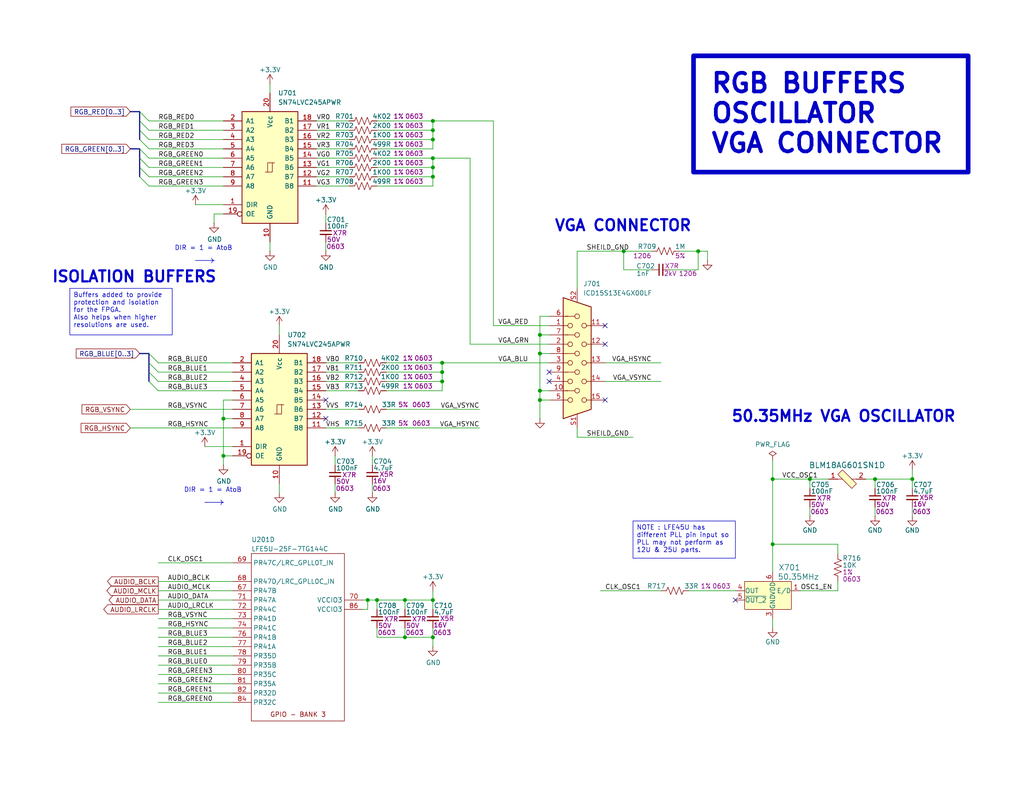
<source format=kicad_sch>
(kicad_sch (version 20231120) (generator "eeschema") (generator_version "8.0")
  (paper "A")
  (title_block (title "PETER") (date "2024-07-29") (rev "0.0") (company "Denno Wiggle") (comment 1 "VGA Buffers and Connector.") (comment 2 "Pixel Clock Oscillator."))
  (lib_symbols
    (symbol "74LVC245:74LVC245" (pin_names (offset 1.016))
      (property "Reference" "U" (at -6.35 16.51 0))
      (property "Value" "74LVC245A" (at -7.62 -16.51 0))
      (symbol "74LVC245_1_0"
        (pin input line (at -12.7 -10.16 0) (length 5.08) (name "DIR") (number "1"))
        (pin power_in line (at 0 -20.32 90) (length 5.08) (name "GND") (number "10"))
        (pin tri_state line (at 12.7 -5.08 180) (length 5.08) (name "B8") (number "11"))
        (pin tri_state line (at 12.7 -2.54 180) (length 5.08) (name "B7") (number "12"))
        (pin tri_state line (at 12.7 0 180) (length 5.08) (name "B6") (number "13"))
        (pin tri_state line (at 12.7 2.54 180) (length 5.08) (name "B5") (number "14"))
        (pin tri_state line (at 12.7 5.08 180) (length 5.08) (name "B4") (number "15"))
        (pin tri_state line (at 12.7 7.62 180) (length 5.08) (name "B3") (number "16"))
        (pin tri_state line (at 12.7 10.16 180) (length 5.08) (name "B2") (number "17"))
        (pin tri_state line (at 12.7 12.7 180) (length 5.08) (name "B1") (number "18"))
        (pin input inverted (at -12.7 -12.7 0) (length 5.08) (name "OE") (number "19"))
        (pin tri_state line (at -12.7 12.7 0) (length 5.08) (name "A1") (number "2"))
        (pin power_in line (at 0 20.32 270) (length 5.08) (name "Vcc") (number "20"))
        (pin tri_state line (at -12.7 10.16 0) (length 5.08) (name "A2") (number "3"))
        (pin tri_state line (at -12.7 7.62 0) (length 5.08) (name "A3") (number "4"))
        (pin tri_state line (at -12.7 5.08 0) (length 5.08) (name "A4") (number "5"))
        (pin tri_state line (at -12.7 2.54 0) (length 5.08) (name "A5") (number "6"))
        (pin tri_state line (at -12.7 0 0) (length 5.08) (name "A6") (number "7"))
        (pin tri_state line (at -12.7 -2.54 0) (length 5.08) (name "A7") (number "8"))
        (pin tri_state line (at -12.7 -5.08 0) (length 5.08) (name "A8") (number "9"))
      )
    )
    (symbol "WTM:C_100nF_X7R_16V_0805H" (pin_numbers hide) (pin_names (offset 0) hide)
      (property "Reference" "C" (at 0.254 3.556 0))
      (property "Value" "100nF" (at 0.254 1.778 0))
      (property "Dielectric" "X7R" (at 1.905 -0.127 0))
      (property "Voltage" "16V" (at 0.254 -1.905 0))
      (property "Footprint2" "0805H" (at 0.127 -3.81 0))
      (symbol "C_100nF_X7R_16V_0805H_1_1"
        (pin passive line (at 0 2.54 270) (length 2.032) (name "~") (number "1"))
        (pin passive line (at 0 -2.54 90) (length 2.032) (name "~") (number "2"))
      )
    )
    (symbol "WTM:C_100nF_X7R_16V_0805H_Horizontal" (pin_numbers hide) (pin_names (offset 0) hide)
      (property "Reference" "C" (at -6.731 1.016 0))
      (property "Value" "100nF" (at -6.731 -1.016 0))
      (property "Dielectric" "X7R" (at 1.016 1.016 0))
      (property "Voltage" "16V" (at 0.762 -1.016 0))
      (property "Footprint2" "0805H" (at 4.826 -1.016 0))
      (symbol "C_100nF_X7R_16V_0805H_Horizontal_1_1"
        (pin passive line (at -2.54 0 0) (length 2.032) (name "~") (number "1"))
        (pin passive line (at 2.54 0 180) (length 2.032) (name "~") (number "2"))
      )
    )
    (symbol "WTM:C_10uF_X5R_16V_0805H" (pin_numbers hide) (pin_names (offset 0.254) hide)
      (property "Reference" "C206" (at 0.254 3.556 0))
      (property "Value" "10uF" (at 0.254 1.778 0))
      (property "Dielectric" "X5R" (at 1.905 0.762 0))
      (property "Voltage" "16V" (at 0.127 -1.016 0))
      (property "Footprint2" "0805H" (at 3.302 -3.81 0))
      (symbol "C_10uF_X5R_16V_0805H_1_1"
        (pin passive line (at 0 2.54 270) (length 2.032) (name "~") (number "1"))
        (pin passive line (at 0 -2.54 90) (length 2.032) (name "~") (number "2"))
      )
    )
    (symbol "WTM:DSUB-15-HD-RECEPTACLE-VGA-ICD15S13E4GX00LF" (pin_names (offset 1.016) hide)
      (property "Reference" "J18" (at 0 33.02 0))
      (property "Value" "ICD15S13E4GX00LF" (at 0 30.48 0))
      (symbol "DSUB-15-HD-RECEPTACLE-VGA-ICD15S13E4GX00LF_1_1"
        (pin passive line (at -7.62 10.16 0) (length 5.08) (name "~") (number "1"))
        (pin passive line (at -7.62 -7.62 0) (length 5.08) (name "~") (number "10"))
        (pin passive line (at 7.62 10.16 180) (length 5.08) (name "~") (number "11"))
        (pin passive line (at 7.62 5.08 180) (length 5.08) (name "~") (number "12"))
        (pin passive line (at 7.62 0 180) (length 5.08) (name "~") (number "13"))
        (pin passive line (at 7.62 -5.08 180) (length 5.08) (name "~") (number "14"))
        (pin passive line (at 7.62 -10.16 180) (length 5.08) (name "~") (number "15"))
        (pin passive line (at -7.62 5.08 0) (length 5.08) (name "~") (number "2"))
        (pin passive line (at -7.62 0 0) (length 5.08) (name "~") (number "3"))
        (pin passive line (at -7.62 -5.08 0) (length 5.08) (name "~") (number "4"))
        (pin passive line (at -7.62 -10.16 0) (length 5.08) (name "~") (number "5"))
        (pin passive line (at -7.62 12.7 0) (length 5.08) (name "~") (number "6"))
        (pin passive line (at -7.62 7.62 0) (length 5.08) (name "~") (number "7"))
        (pin passive line (at -7.62 2.54 0) (length 5.08) (name "~") (number "8"))
        (pin passive line (at -7.62 -2.54 0) (length 5.08) (name "~") (number "9"))
        (pin passive line (at 0 -17.78 90) (length 3.81) (name "SH1") (number "S1"))
        (pin passive line (at 0 20.32 270) (length 3.81) (name "SH2") (number "S2"))
      )
    )
    (symbol "WTM:LFE5U-25F-7TG144C"
      (property "Reference" "U" (at 33.02 15.24 0))
      (property "Value" "LFE5U-25F-7TG144C" (at -12.7 1.27 0))
      (symbol "LFE5U-25F-7TG144C_1_0"
        (pin bidirectional line (at -15.24 -2.54 0) (length 5.08) (name "PT29A/PCLKT0_0") (number "128"))
        (pin bidirectional line (at -15.24 -5.08 0) (length 5.08) (name "PT15B") (number "133"))
        (pin bidirectional line (at -15.24 -7.62 0) (length 5.08) (name "PT15A") (number "134"))
        (pin bidirectional line (at -15.24 -10.16 0) (length 5.08) (name "PT13B") (number "135"))
        (pin bidirectional line (at -15.24 -12.7 0) (length 5.08) (name "PT13A") (number "136"))
        (pin power_in line (at 15.24 -5.08 180) (length 5.08) (name "VCCIO0") (number "137"))
        (pin bidirectional line (at -15.24 -15.24 0) (length 5.08) (name "PT9B") (number "139"))
        (pin bidirectional line (at -15.24 -17.78 0) (length 5.08) (name "PT9A") (number "140"))
        (pin bidirectional line (at -15.24 -20.32 0) (length 5.08) (name "PT6B") (number "141"))
        (pin bidirectional line (at -15.24 -22.86 0) (length 5.08) (name "PT4B") (number "142"))
        (pin bidirectional line (at -15.24 -25.4 0) (length 5.08) (name "PT6A") (number "143"))
      )
      (symbol "LFE5U-25F-7TG144C_1_1"
        (text "GPIO - BANK 0" (at -7.62 -27.94 0) (effects (font (size 1.27 1.27) (bold yes)) (justify left top)))
      )
      (symbol "LFE5U-25F-7TG144C_2_0"
        (pin bidirectional line (at -15.24 -2.54 0) (length 5.08) (name "PT67A") (number "110"))
        (pin bidirectional line (at -15.24 -5.08 0) (length 5.08) (name "PT62B") (number "111"))
        (pin bidirectional line (at -15.24 -7.62 0) (length 5.08) (name "PT62A") (number "112"))
        (pin bidirectional line (at -15.24 -10.16 0) (length 5.08) (name "PT60B") (number "113"))
        (pin bidirectional line (at -15.24 -12.7 0) (length 5.08) (name "PT60A") (number "114"))
        (pin bidirectional line (at -15.24 -15.24 0) (length 5.08) (name "PT58B") (number "115"))
        (pin bidirectional line (at -15.24 -17.78 0) (length 5.08) (name "PT58A") (number "116"))
        (pin bidirectional line (at -15.24 -20.32 0) (length 5.08) (name "PT56B") (number "117"))
        (pin bidirectional line (at -15.24 -22.86 0) (length 5.08) (name "PT56A") (number "118"))
        (pin bidirectional line (at -15.24 -25.4 0) (length 5.08) (name "PT53B") (number "119"))
        (pin bidirectional line (at -15.24 -27.94 0) (length 5.08) (name "PT53A") (number "120"))
        (pin bidirectional line (at -15.24 -30.48 0) (length 5.08) (name "PT51A") (number "121"))
        (pin power_in line (at 15.24 -2.54 180) (length 5.08) (name "VCCIO1") (number "122"))
        (pin bidirectional line (at -15.24 -33.02 0) (length 5.08) (name "PT42B") (number "124"))
        (pin bidirectional line (at -15.24 -35.56 0) (length 5.08) (name "PT42A") (number "125"))
        (pin bidirectional line (at -15.24 -38.1 0) (length 5.08) (name "PT40B") (number "126"))
        (pin bidirectional line (at -15.24 -40.64 0) (length 5.08) (name "PT40A") (number "127"))
      )
      (symbol "LFE5U-25F-7TG144C_2_1"
        (text "GPIO - BANK 1" (at -7.62 -43.18 0) (effects (font (size 1.27 1.27)) (justify left top)))
      )
      (symbol "LFE5U-25F-7TG144C_3_0"
        (pin power_in line (at 15.24 -27.94 180) (length 5.08) (name "VCCIO2") (number "100"))
        (pin bidirectional line (at -15.24 -30.48 0) (length 5.08) (name "PR8D") (number "102"))
        (pin bidirectional line (at -15.24 -33.02 0) (length 5.08) (name "PR8B") (number "103"))
        (pin bidirectional line (at -15.24 -35.56 0) (length 5.08) (name "PR8C") (number "104"))
        (pin bidirectional line (at -15.24 -38.1 0) (length 5.08) (name "PR8A") (number "105"))
        (pin bidirectional line (at -15.24 -40.64 0) (length 5.08) (name "PR2D") (number "106"))
        (pin bidirectional line (at -15.24 -43.18 0) (length 5.08) (name "PR2C") (number "107"))
        (pin bidirectional line (at -15.24 -45.72 0) (length 5.08) (name "PR2B") (number "108"))
        (pin bidirectional line (at -15.24 -2.54 0) (length 5.08) (name "PR23D/PCLKC2_0") (number "88"))
        (pin bidirectional line (at -15.24 -5.08 0) (length 5.08) (name "PR23B/PCLKC2_1") (number "89"))
        (pin bidirectional line (at -15.24 -7.62 0) (length 5.08) (name "PR23C/PCLKT2_0") (number "90"))
        (pin bidirectional line (at -15.24 -10.16 0) (length 5.08) (name "PR23A/PCLKT2_1") (number "91"))
        (pin bidirectional line (at -15.24 -12.7 0) (length 5.08) (name "PR20D") (number "92"))
        (pin bidirectional line (at -15.24 -15.24 0) (length 5.08) (name "PR20B") (number "93"))
        (pin bidirectional line (at -15.24 -17.78 0) (length 5.08) (name "PR20C/GR_PCLK2_0") (number "94"))
        (pin bidirectional line (at -15.24 -20.32 0) (length 5.08) (name "PR20A/GR_PCLK2_1") (number "95"))
        (pin bidirectional line (at -15.24 -22.86 0) (length 5.08) (name "PR14B") (number "97"))
        (pin bidirectional line (at -15.24 -25.4 0) (length 5.08) (name "PR14C") (number "98"))
        (pin bidirectional line (at -15.24 -27.94 0) (length 5.08) (name "PR14A") (number "99"))
      )
      (symbol "LFE5U-25F-7TG144C_3_1"
        (text "GPIO - BANK 2\n" (at -7.62 -48.26 0) (effects (font (size 1.27 1.27)) (justify left top)))
      )
      (symbol "LFE5U-25F-7TG144C_4_0"
        (pin bidirectional line (at -17.78 -10.16 0) (length 5.08) (name "PR47B") (number "67"))
        (pin bidirectional line (at -17.78 -7.62 0) (length 5.08) (name "PR47D/LRC_GPLL0C_IN") (number "68"))
        (pin bidirectional line (at -17.78 -2.54 0) (length 5.08) (name "PR47C/LRC_GPLL0T_IN") (number "69"))
        (pin power_in line (at 17.78 -12.7 180) (length 5.08) (name "VCCIO3") (number "70"))
        (pin bidirectional line (at -17.78 -12.7 0) (length 5.08) (name "PR47A") (number "71"))
        (pin bidirectional line (at -17.78 -15.24 0) (length 5.08) (name "PR44C") (number "72"))
        (pin bidirectional line (at -17.78 -17.78 0) (length 5.08) (name "PR41D") (number "73"))
        (pin bidirectional line (at -17.78 -20.32 0) (length 5.08) (name "PR41C") (number "74"))
        (pin bidirectional line (at -17.78 -22.86 0) (length 5.08) (name "PR41B") (number "76"))
        (pin bidirectional line (at -17.78 -25.4 0) (length 5.08) (name "PR41A") (number "77"))
        (pin bidirectional line (at -17.78 -27.94 0) (length 5.08) (name "PR35D") (number "78"))
        (pin bidirectional line (at -17.78 -30.48 0) (length 5.08) (name "PR35B") (number "79"))
        (pin bidirectional line (at -17.78 -33.02 0) (length 5.08) (name "PR35C") (number "80"))
        (pin bidirectional line (at -17.78 -35.56 0) (length 5.08) (name "PR35A") (number "81"))
        (pin bidirectional line (at -17.78 -38.1 0) (length 5.08) (name "PR32D") (number "82"))
        (pin bidirectional line (at -17.78 -40.64 0) (length 5.08) (name "PR32C") (number "84"))
        (pin power_in line (at 17.78 -15.24 180) (length 5.08) (name "VCCIO3") (number "86"))
      )
      (symbol "LFE5U-25F-7TG144C_4_1"
        (text "GPIO - BANK 3" (at -7.62 -43.18 0) (effects (font (size 1.27 1.27)) (justify left top)))
      )
      (symbol "LFE5U-25F-7TG144C_5_0"
        (pin power_in line (at 17.78 -2.54 180) (length 5.08) (name "VCCIO6") (number "16"))
        (pin bidirectional line (at -15.24 -2.54 0) (length 5.08) (name "PL32B") (number "18"))
        (pin bidirectional line (at -15.24 -5.08 0) (length 5.08) (name "PL35B") (number "19"))
        (pin bidirectional line (at -15.24 -7.62 0) (length 5.08) (name "PL35C") (number "22"))
        (pin bidirectional line (at -15.24 -10.16 0) (length 5.08) (name "PL35D") (number "23"))
        (pin bidirectional line (at -15.24 -12.7 0) (length 5.08) (name "PL38A") (number "24"))
        (pin bidirectional line (at -15.24 -15.24 0) (length 5.08) (name "PL38B") (number "25"))
        (pin bidirectional line (at -15.24 -17.78 0) (length 5.08) (name "PL41C") (number "26"))
        (pin bidirectional line (at -15.24 -20.32 0) (length 5.08) (name "PL41D") (number "27"))
        (pin bidirectional line (at -15.24 -22.86 0) (length 5.08) (name "PL44A") (number "28"))
        (pin bidirectional line (at -15.24 -25.4 0) (length 5.08) (name "PL44B") (number "30"))
        (pin bidirectional line (at -15.24 -27.94 0) (length 5.08) (name "PL44C") (number "31"))
        (pin bidirectional line (at -15.24 -30.48 0) (length 5.08) (name "PL44D") (number "33"))
        (pin bidirectional line (at -15.24 -33.02 0) (length 5.08) (name "PL47A") (number "34"))
        (pin bidirectional line (at -15.24 -35.56 0) (length 5.08) (name "PL47B") (number "35"))
        (pin power_in line (at 17.78 -5.08 180) (length 5.08) (name "VCCIO6") (number "36"))
        (pin bidirectional line (at -15.24 -38.1 0) (length 5.08) (name "PL47C/LLC_GPLL0T_IN") (number "37"))
      )
      (symbol "LFE5U-25F-7TG144C_5_1"
        (text "GPIO - BANK 6" (at -7.62 -40.64 0) (effects (font (size 1.27 1.27)) (justify left top)))
      )
      (symbol "LFE5U-25F-7TG144C_6_0"
        (pin bidirectional line (at -15.24 -2.54 0) (length 5.08) (name "PL5C") (number "1"))
        (pin bidirectional line (at -15.24 -20.32 0) (length 5.08) (name "PL14A") (number "10"))
        (pin bidirectional line (at -15.24 -22.86 0) (length 5.08) (name "PL14C") (number "11"))
        (pin bidirectional line (at -15.24 -25.4 0) (length 5.08) (name "PL14B") (number "12"))
        (pin bidirectional line (at -15.24 -27.94 0) (length 5.08) (name "PL14D") (number "13"))
        (pin bidirectional line (at -15.24 -30.48 0) (length 5.08) (name "PL23D/PCLKC7_0") (number "14"))
        (pin bidirectional line (at -15.24 -5.08 0) (length 5.08) (name "PL5D") (number "2"))
        (pin bidirectional line (at -15.24 -7.62 0) (length 5.08) (name "PL5B") (number "3"))
        (pin bidirectional line (at -15.24 -10.16 0) (length 5.08) (name "PL8A") (number "4"))
        (pin bidirectional line (at -15.24 -12.7 0) (length 5.08) (name "PL8C") (number "5"))
        (pin bidirectional line (at -15.24 -15.24 0) (length 5.08) (name "PL8B") (number "6"))
        (pin bidirectional line (at -15.24 -17.78 0) (length 5.08) (name "PL8D") (number "7"))
        (pin power_in line (at 15.24 -2.54 180) (length 5.08) (name "VCCIO7") (number "9"))
      )
      (symbol "LFE5U-25F-7TG144C_6_1"
        (text "GPIO - BANK 7" (at -7.62 -33.02 0) (effects (font (size 1.27 1.27)) (justify left top)))
      )
      (symbol "LFE5U-25F-7TG144C_7_0"
        (pin bidirectional line (at -17.78 -2.54 0) (length 5.08) (name "PB6A/D5/MISO2/IO5") (number "39"))
        (pin bidirectional line (at -17.78 -5.08 0) (length 5.08) (name "PB4A/D7/IO7") (number "40"))
        (pin bidirectional line (at -17.78 -7.62 0) (length 5.08) (name "PB6B/D4/MOSI2/IO4") (number "41"))
        (pin power_in line (at 33.02 -2.54 180) (length 5.08) (name "VCCIO8") (number "43"))
        (pin bidirectional line (at -17.78 -10.16 0) (length 5.08) (name "PB4B/D6/IO6") (number "44"))
        (pin bidirectional line (at -17.78 -12.7 0) (length 5.08) (name "PB9A/D3/IO3") (number "45"))
        (pin bidirectional line (at -17.78 -48.26 0) (length 5.08) (name "MISO/D1/IO1/PB11A") (number "46"))
        (pin bidirectional line (at -17.78 -45.72 0) (length 5.08) (name "MOSI/D0/IO0/PB11B") (number "47"))
        (pin bidirectional line (at -17.78 -15.24 0) (length 5.08) (name "PB13A/SN/CSN") (number "48"))
        (pin bidirectional line (at -17.78 -53.34 0) (length 5.08) (name "CSSPIN/PB15A/HOLDN/DI/BUSY/CEN") (number "49"))
        (pin bidirectional line (at -17.78 -17.78 0) (length 5.08) (name "PB13B/CS1N") (number "50"))
        (pin bidirectional line (at -17.78 -20.32 0) (length 5.08) (name "PB15B/DOUT/CSON") (number "51"))
        (pin bidirectional line (at -17.78 -22.86 0) (length 5.08) (name "PB18A/WRITEN") (number "52"))
        (pin bidirectional line (at -17.78 -50.8 0) (length 5.08) (name "MCLK/CCLK/SCK") (number "54"))
        (pin bidirectional line (at 33.02 -25.4 180) (length 5.08) (name "INITN") (number "55"))
        (pin output line (at 33.02 -22.86 180) (length 5.08) (name "DONE") (number "56"))
        (pin bidirectional line (at -17.78 -34.29 0) (length 5.08) (name "PROGRAMN") (number "57"))
        (pin input line (at 33.02 -50.8 180) (length 5.08) (name "CFG_2") (number "58"))
        (pin input line (at 33.02 -48.26 180) (length 5.08) (name "CFG_1") (number "59"))
        (pin input line (at 33.02 -45.72 180) (length 5.08) (name "CFG_0") (number "62"))
      )
      (symbol "LFE5U-25F-7TG144C_7_1"
        (text "GPIO - BANK 8" (at 0 -55.88 0) (effects (font (size 1.27 1.27)) (justify left top)))
      )
      (symbol "LFE5U-25F-7TG144C_8_0"
        (pin output line (at -15.24 -5.08 0) (length 5.08) (name "TDO") (number "60"))
        (pin input line (at -15.24 -2.54 0) (length 5.08) (name "TDI") (number "61"))
        (pin input line (at -15.24 -7.62 0) (length 5.08) (name "TCK") (number "63"))
        (pin input line (at -15.24 -10.16 0) (length 5.08) (name "TMS") (number "64"))
      )
      (symbol "LFE5U-25F-7TG144C_8_1"
        (text "JTAG" (at -2.54 -12.7 0) (effects (font (size 1.27 1.27)) (justify left top)))
      )
      (symbol "LFE5U-25F-7TG144C_9_0"
        (pin power_in line (at -15.24 -30.48 0) (length 5.08) (name "GND") (number "101"))
        (pin passive line (at 15.24 -15.24 180) (length 5.08) (name "NC") (number "109"))
        (pin power_in line (at -15.24 -33.02 0) (length 5.08) (name "GND") (number "123"))
        (pin power_in line (at -15.24 -35.56 0) (length 5.08) (name "GND") (number "129"))
        (pin power_in line (at 15.24 -17.78 180) (length 5.08) (name "VCC") (number "130"))
        (pin power_in line (at -15.24 -38.1 0) (length 5.08) (name "GND") (number "131"))
        (pin power_in line (at 15.24 -40.64 180) (length 5.08) (name "VCCAUX") (number "132"))
        (pin power_in line (at -15.24 -40.64 0) (length 5.08) (name "GND") (number "138"))
        (pin passive line (at 15.24 -20.32 180) (length 5.08) (name "NC") (number "144"))
        (pin power_in line (at -15.24 -10.16 0) (length 5.08) (name "GND") (number "15"))
        (pin power_in line (at 15.24 -33.02 180) (length 5.08) (name "VCCAUX") (number "17"))
        (pin power_in line (at 15.24 -2.54 180) (length 5.08) (name "VCC") (number "20"))
        (pin power_in line (at -15.24 -12.7 0) (length 5.08) (name "GND") (number "21"))
        (pin power_in line (at 15.24 -5.08 180) (length 5.08) (name "VCC") (number "29"))
        (pin power_in line (at -15.24 -15.24 0) (length 5.08) (name "VSSIO6") (number "32"))
        (pin power_in line (at 15.24 -7.62 180) (length 5.08) (name "VCC") (number "38"))
        (pin power_in line (at -15.24 -17.78 0) (length 5.08) (name "GND") (number "42"))
        (pin power_in line (at 15.24 -35.56 180) (length 5.08) (name "VCCAUX") (number "53"))
        (pin power_in line (at -15.24 -20.32 0) (length 5.08) (name "GND") (number "65"))
        (pin power_in line (at 15.24 -10.16 180) (length 5.08) (name "VCC") (number "66"))
        (pin power_in line (at -15.24 -22.86 0) (length 5.08) (name "GND") (number "75"))
        (pin power_in line (at -15.24 -7.62 0) (length 5.08) (name "GND") (number "8"))
        (pin power_in line (at 15.24 -12.7 180) (length 5.08) (name "VCC") (number "83"))
        (pin power_in line (at -15.24 -25.4 0) (length 5.08) (name "GND") (number "85"))
        (pin power_in line (at -15.24 -27.94 0) (length 5.08) (name "GND") (number "87"))
        (pin power_in line (at 15.24 -38.1 180) (length 5.08) (name "VCCAUX") (number "96"))
      )
      (symbol "LFE5U-25F-7TG144C_9_1"
        (text "POWER" (at -2.54 -43.18 0) (effects (font (size 1.27 1.27)) (justify left top)))
      )
    )
    (symbol "WTM:R_0R_5%_0805H_Horizontal1" (pin_numbers hide) (pin_names (offset 0))
      (property "Reference" "R" (at -7.62 1.27 0))
      (property "Value" "0R" (at 2.54 1.27 0))
      (property "Tolerance" "5%" (at 2.54 -1.27 0))
      (property "Footprint2" "0805H" (at -8.89 -1.27 0))
      (symbol "R_0R_5%_0805H_Horizontal1_1_1"
        (pin passive line (at -3.81 0 0) (length 1.27) (name "~") (number "1"))
        (pin passive line (at 3.81 0 180) (length 1.27) (name "~") (number "2"))
      )
    )
    (symbol "WTM:R_10K_5%_0805H" (pin_numbers hide) (pin_names (offset 0))
      (property "Reference" "R515" (at 1.27 2.54 0))
      (property "Value" "10K" (at 1.27 0.635 0))
      (property "Tolerance" "5%" (at 1.27 -1.27 0))
      (property "Footprint2" "0805H" (at 0 -3.175 0))
      (symbol "R_10K_5%_0805H_1_1"
        (pin passive line (at 0 3.81 270) (length 1.27) (name "~") (number "1"))
        (pin passive line (at 0 -3.81 90) (length 1.27) (name "~") (number "2"))
      )
    )
    (symbol "WTM:R_33R_5%_0805H_Horizontal1" (pin_numbers hide) (pin_names (offset 0))
      (property "Reference" "R" (at -7.62 1.27 0))
      (property "Value" "33R" (at 2.54 1.27 0))
      (property "Tolerance" "5%" (at 2.54 -1.27 0))
      (property "Footprint2" "0805H" (at -8.89 -1.27 0))
      (symbol "R_33R_5%_0805H_Horizontal1_1_1"
        (pin passive line (at -3.81 0 0) (length 1.27) (name "~") (number "1"))
        (pin passive line (at 3.81 0 180) (length 1.27) (name "~") (number "2"))
      )
    )
    (symbol "dk_Ferrite-Beads-and-Chips:BLM18AG601SN1D" (pin_names (offset 1.016))
      (property "Reference" "FB" (at -2.54 3.81 0))
      (property "Value" "BLM18AG601SN1D" (at 0 -3.81 0))
      (symbol "BLM18AG601SN1D_1_1"
        (pin passive line (at -5.08 0 0) (length 2.54) (name "~") (number "1"))
        (pin passive line (at 5.08 0 180) (length 2.54) (name "~") (number "2"))
      )
    )
    (symbol "dk_Oscillators:XLL736200_000000I" (pin_names (offset 0.0254))
      (property "Reference" "Y" (at -5.334 3.429 0))
      (property "Value" "XLL736200_000000I" (at 0.381 -6.223 0))
      (symbol "XLL736200_000000I_1_1"
        (pin input line (at -7.62 0 0) (length 2.54) (name "E/D") (number "1"))
        (pin no_connect line (at -5.08 -2.54 0) (length 2.54) hide (name "NC") (number "2"))
        (pin power_in line (at 0 -7.62 90) (length 2.54) (name "GND") (number "3"))
        (pin output line (at 10.16 0 180) (length 2.54) (name "OUT") (number "4"))
        (pin output line (at 10.16 -2.54 180) (length 2.54) (name "~{OUT_2}") (number "5"))
        (pin power_in line (at 0 5.08 270) (length 2.54) (name "VDD") (number "6"))
      )
    )
    (symbol "power:+3.3V" (power) (pin_numbers hide) (pin_names (offset 0) hide)
      (property "Value" "+3.3V" (at 0 3.556 0))
      (symbol "+3.3V_1_1"
        (pin power_in line (at 0 0 90) (length 0) (name "~") (number "1"))
      )
    )
    (symbol "power:GND" (power) (pin_numbers hide) (pin_names (offset 0) hide)
      (property "Value" "GND" (at 0 -3.81 0))
      (symbol "GND_1_1"
        (pin power_in line (at 0 0 270) (length 0) (name "~") (number "1"))
      )
    )
    (symbol "power:PWR_FLAG" (power) (pin_numbers hide) (pin_names (offset 0) hide)
      (property "Value" "PWR_FLAG" (at 0 3.81 0))
      (symbol "PWR_FLAG_0_0"
        (pin power_out line (at 0 0 90) (length 0) (name "~") (number "1"))
      )
    )
  )
  (junction (at 110.49 163.83))
  (junction (at 110.49 173.99))
  (junction (at 118.11 33.02))
  (junction (at 100.33 163.83))
  (junction (at 147.32 91.44))
  (junction (at 220.98 130.81))
  (junction (at 102.87 163.83))
  (junction (at 248.92 130.81))
  (junction (at 147.32 96.52))
  (junction (at 60.96 124.46))
  (junction (at 118.11 48.26))
  (junction (at 238.76 130.81))
  (junction (at 190.5 68.58))
  (junction (at 118.11 35.56))
  (junction (at 118.11 173.99))
  (junction (at 118.11 38.1))
  (junction (at 170.18 68.58))
  (junction (at 118.11 43.18))
  (junction (at 118.11 45.72))
  (junction (at 120.65 104.14))
  (junction (at 210.82 130.81))
  (junction (at 147.32 106.68))
  (junction (at 118.11 163.83))
  (junction (at 120.65 101.6))
  (junction (at 60.96 114.3))
  (junction (at 147.32 109.22))
  (junction (at 210.82 148.59))
  (junction (at 120.65 99.06))
  (no_connect (at 165.1 93.98))
  (no_connect (at 88.9 109.22))
  (no_connect (at 149.86 104.14))
  (no_connect (at 149.86 101.6))
  (no_connect (at 165.1 88.9))
  (no_connect (at 200.66 163.83))
  (no_connect (at 88.9 114.3))
  (no_connect (at 165.1 109.22))
  (bus_entry (at 38.1 43.18) (size 2.54 2.54))
  (bus_entry (at 40.64 99.06) (size 2.54 2.54))
  (bus_entry (at 38.1 48.26) (size 2.54 2.54))
  (bus_entry (at 40.64 101.6) (size 2.54 2.54))
  (bus_entry (at 38.1 38.1) (size 2.54 2.54))
  (bus_entry (at 38.1 40.64) (size 2.54 2.54))
  (bus_entry (at 40.64 96.52) (size 2.54 2.54))
  (bus_entry (at 38.1 33.02) (size 2.54 2.54))
  (bus_entry (at 38.1 45.72) (size 2.54 2.54))
  (bus_entry (at 38.1 35.56) (size 2.54 2.54))
  (bus_entry (at 38.1 30.48) (size 2.54 2.54))
  (bus_entry (at 40.64 104.14) (size 2.54 2.54))
  (wire (pts (xy 60.96 114.3) (xy 63.5 114.3)))
  (wire (pts (xy 177.8 73.66) (xy 170.18 73.66)))
  (wire (pts (xy 102.87 35.56) (xy 118.11 35.56)))
  (wire (pts (xy 110.49 173.99) (xy 118.11 173.99)))
  (wire (pts (xy 43.18 99.06) (xy 63.5 99.06)))
  (wire (pts (xy 157.48 68.58) (xy 157.48 78.74)))
  (wire (pts (xy 60.96 124.46) (xy 60.96 127)))
  (wire (pts (xy 118.11 45.72) (xy 118.11 48.26)))
  (bus (pts (xy 40.64 96.52) (xy 40.64 99.06)))
  (wire (pts (xy 40.64 38.1) (xy 60.96 38.1)))
  (wire (pts (xy 210.82 148.59) (xy 228.6 148.59)))
  (wire (pts (xy 88.9 104.14) (xy 97.79 104.14)))
  (wire (pts (xy 43.18 158.75) (xy 63.5 158.75)))
  (wire (pts (xy 165.1 104.14) (xy 180.34 104.14)))
  (wire (pts (xy 157.48 119.38) (xy 172.72 119.38)))
  (wire (pts (xy 76.2 132.08) (xy 76.2 134.62)))
  (wire (pts (xy 100.33 163.83) (xy 102.87 163.83)))
  (wire (pts (xy 248.92 128.27) (xy 248.92 130.81)))
  (wire (pts (xy 102.87 43.18) (xy 118.11 43.18)))
  (wire (pts (xy 110.49 163.83) (xy 110.49 166.37)))
  (wire (pts (xy 118.11 48.26) (xy 118.11 50.8)))
  (wire (pts (xy 147.32 106.68) (xy 147.32 109.22)))
  (wire (pts (xy 60.96 109.22) (xy 63.5 109.22)))
  (wire (pts (xy 248.92 138.43) (xy 248.92 140.97)))
  (wire (pts (xy 118.11 163.83) (xy 118.11 166.37)))
  (wire (pts (xy 91.44 132.08) (xy 91.44 134.62)))
  (wire (pts (xy 43.18 176.53) (xy 63.5 176.53)))
  (wire (pts (xy 110.49 171.45) (xy 110.49 173.99)))
  (wire (pts (xy 99.06 163.83) (xy 100.33 163.83)))
  (wire (pts (xy 102.87 171.45) (xy 102.87 173.99)))
  (wire (pts (xy 86.36 33.02) (xy 95.25 33.02)))
  (wire (pts (xy 218.44 161.29) (xy 228.6 161.29)))
  (wire (pts (xy 88.9 58.42) (xy 88.9 60.96)))
  (wire (pts (xy 120.65 99.06) (xy 149.86 99.06)))
  (wire (pts (xy 163.83 161.29) (xy 180.34 161.29)))
  (wire (pts (xy 43.18 161.29) (xy 63.5 161.29)))
  (wire (pts (xy 102.87 163.83) (xy 102.87 166.37)))
  (wire (pts (xy 118.11 33.02) (xy 118.11 35.56)))
  (wire (pts (xy 105.41 104.14) (xy 120.65 104.14)))
  (wire (pts (xy 43.18 189.23) (xy 63.5 189.23)))
  (wire (pts (xy 105.41 111.76) (xy 130.81 111.76)))
  (wire (pts (xy 86.36 50.8) (xy 95.25 50.8)))
  (wire (pts (xy 40.64 43.18) (xy 60.96 43.18)))
  (wire (pts (xy 88.9 116.84) (xy 97.79 116.84)))
  (wire (pts (xy 120.65 101.6) (xy 120.65 104.14)))
  (wire (pts (xy 228.6 158.75) (xy 228.6 161.29)))
  (wire (pts (xy 128.27 43.18) (xy 128.27 93.98)))
  (wire (pts (xy 43.18 168.91) (xy 63.5 168.91)))
  (wire (pts (xy 238.76 130.81) (xy 236.22 130.81)))
  (bus (pts (xy 38.1 33.02) (xy 38.1 35.56)))
  (wire (pts (xy 40.64 45.72) (xy 60.96 45.72)))
  (wire (pts (xy 170.18 73.66) (xy 170.18 68.58)))
  (bus (pts (xy 38.1 96.52) (xy 40.64 96.52)))
  (wire (pts (xy 86.36 45.72) (xy 95.25 45.72)))
  (wire (pts (xy 165.1 99.06) (xy 180.34 99.06)))
  (wire (pts (xy 88.9 66.04) (xy 88.9 68.58)))
  (wire (pts (xy 43.18 101.6) (xy 63.5 101.6)))
  (bus (pts (xy 40.64 101.6) (xy 40.64 104.14)))
  (wire (pts (xy 102.87 38.1) (xy 118.11 38.1)))
  (wire (pts (xy 63.5 124.46) (xy 60.96 124.46)))
  (wire (pts (xy 88.9 111.76) (xy 97.79 111.76)))
  (wire (pts (xy 102.87 40.64) (xy 118.11 40.64)))
  (wire (pts (xy 238.76 130.81) (xy 238.76 133.35)))
  (wire (pts (xy 43.18 104.14) (xy 63.5 104.14)))
  (wire (pts (xy 40.64 33.02) (xy 60.96 33.02)))
  (wire (pts (xy 134.62 33.02) (xy 134.62 88.9)))
  (wire (pts (xy 149.86 91.44) (xy 147.32 91.44)))
  (wire (pts (xy 40.64 35.56) (xy 60.96 35.56)))
  (wire (pts (xy 55.88 121.92) (xy 63.5 121.92)))
  (wire (pts (xy 118.11 161.29) (xy 118.11 163.83)))
  (wire (pts (xy 43.18 153.67) (xy 63.5 153.67)))
  (wire (pts (xy 120.65 106.68) (xy 105.41 106.68)))
  (wire (pts (xy 248.92 130.81) (xy 238.76 130.81)))
  (wire (pts (xy 86.36 43.18) (xy 95.25 43.18)))
  (wire (pts (xy 58.42 58.42) (xy 58.42 60.96)))
  (wire (pts (xy 118.11 50.8) (xy 102.87 50.8)))
  (wire (pts (xy 101.6 132.08) (xy 101.6 134.62)))
  (wire (pts (xy 102.87 33.02) (xy 118.11 33.02)))
  (wire (pts (xy 128.27 93.98) (xy 149.86 93.98)))
  (wire (pts (xy 43.18 173.99) (xy 63.5 173.99)))
  (wire (pts (xy 53.34 55.88) (xy 60.96 55.88)))
  (wire (pts (xy 73.66 22.86) (xy 73.66 25.4)))
  (polyline (pts (xy 55.88 137.16) (xy 60.96 137.16)))
  (wire (pts (xy 210.82 171.45) (xy 210.82 168.91)))
  (wire (pts (xy 149.86 96.52) (xy 147.32 96.52)))
  (wire (pts (xy 60.96 114.3) (xy 60.96 124.46)))
  (wire (pts (xy 118.11 43.18) (xy 128.27 43.18)))
  (wire (pts (xy 60.96 109.22) (xy 60.96 114.3)))
  (wire (pts (xy 40.64 40.64) (xy 60.96 40.64)))
  (wire (pts (xy 147.32 109.22) (xy 147.32 114.3)))
  (bus (pts (xy 40.64 99.06) (xy 40.64 101.6)))
  (wire (pts (xy 118.11 38.1) (xy 118.11 40.64)))
  (wire (pts (xy 40.64 48.26) (xy 60.96 48.26)))
  (wire (pts (xy 73.66 66.04) (xy 73.66 68.58)))
  (wire (pts (xy 228.6 148.59) (xy 228.6 151.13)))
  (wire (pts (xy 43.18 186.69) (xy 63.5 186.69)))
  (wire (pts (xy 102.87 48.26) (xy 118.11 48.26)))
  (wire (pts (xy 120.65 99.06) (xy 120.65 101.6)))
  (wire (pts (xy 220.98 140.97) (xy 220.98 138.43)))
  (wire (pts (xy 118.11 173.99) (xy 118.11 176.53)))
  (wire (pts (xy 177.8 68.58) (xy 170.18 68.58)))
  (bus (pts (xy 38.1 30.48) (xy 38.1 33.02)))
  (wire (pts (xy 149.86 86.36) (xy 147.32 86.36)))
  (wire (pts (xy 91.44 124.46) (xy 91.44 127)))
  (wire (pts (xy 88.9 99.06) (xy 97.79 99.06)))
  (wire (pts (xy 134.62 88.9) (xy 149.86 88.9)))
  (wire (pts (xy 118.11 35.56) (xy 118.11 38.1)))
  (wire (pts (xy 40.64 50.8) (xy 60.96 50.8)))
  (wire (pts (xy 43.18 179.07) (xy 63.5 179.07)))
  (wire (pts (xy 248.92 130.81) (xy 248.92 133.35)))
  (wire (pts (xy 149.86 106.68) (xy 147.32 106.68)))
  (wire (pts (xy 86.36 38.1) (xy 95.25 38.1)))
  (wire (pts (xy 118.11 33.02) (xy 134.62 33.02)))
  (polyline (pts (xy 53.34 71.12) (xy 58.42 71.12)))
  (bus (pts (xy 38.1 35.56) (xy 38.1 38.1)))
  (wire (pts (xy 43.18 106.68) (xy 63.5 106.68)))
  (wire (pts (xy 105.41 101.6) (xy 120.65 101.6)))
  (wire (pts (xy 190.5 68.58) (xy 185.42 68.58)))
  (wire (pts (xy 210.82 125.73) (xy 210.82 130.81)))
  (bus (pts (xy 35.56 30.48) (xy 38.1 30.48)))
  (bus (pts (xy 38.1 45.72) (xy 38.1 48.26)))
  (wire (pts (xy 43.18 171.45) (xy 63.5 171.45)))
  (bus (pts (xy 35.56 40.64) (xy 38.1 40.64)))
  (wire (pts (xy 149.86 109.22) (xy 147.32 109.22)))
  (wire (pts (xy 86.36 40.64) (xy 95.25 40.64)))
  (wire (pts (xy 118.11 43.18) (xy 118.11 45.72)))
  (wire (pts (xy 220.98 130.81) (xy 210.82 130.81)))
  (wire (pts (xy 170.18 68.58) (xy 157.48 68.58)))
  (wire (pts (xy 43.18 163.83) (xy 63.5 163.83)))
  (wire (pts (xy 86.36 48.26) (xy 95.25 48.26)))
  (wire (pts (xy 60.96 58.42) (xy 58.42 58.42)))
  (wire (pts (xy 118.11 171.45) (xy 118.11 173.99)))
  (wire (pts (xy 226.06 130.81) (xy 220.98 130.81)))
  (wire (pts (xy 190.5 68.58) (xy 190.5 73.66)))
  (wire (pts (xy 43.18 181.61) (xy 63.5 181.61)))
  (wire (pts (xy 88.9 106.68) (xy 97.79 106.68)))
  (wire (pts (xy 238.76 140.97) (xy 238.76 138.43)))
  (wire (pts (xy 35.56 111.76) (xy 63.5 111.76)))
  (wire (pts (xy 88.9 101.6) (xy 97.79 101.6)))
  (wire (pts (xy 193.04 71.12) (xy 193.04 68.58)))
  (wire (pts (xy 193.04 68.58) (xy 190.5 68.58)))
  (wire (pts (xy 43.18 184.15) (xy 63.5 184.15)))
  (wire (pts (xy 187.96 161.29) (xy 200.66 161.29)))
  (bus (pts (xy 38.1 43.18) (xy 38.1 45.72)))
  (wire (pts (xy 157.48 119.38) (xy 157.48 116.84)))
  (wire (pts (xy 102.87 45.72) (xy 118.11 45.72)))
  (wire (pts (xy 210.82 148.59) (xy 210.82 156.21)))
  (wire (pts (xy 105.41 99.06) (xy 120.65 99.06)))
  (bus (pts (xy 38.1 40.64) (xy 38.1 43.18)))
  (wire (pts (xy 210.82 130.81) (xy 210.82 148.59)))
  (wire (pts (xy 190.5 73.66) (xy 182.88 73.66)))
  (wire (pts (xy 35.56 116.84) (xy 63.5 116.84)))
  (wire (pts (xy 220.98 130.81) (xy 220.98 133.35)))
  (wire (pts (xy 102.87 163.83) (xy 110.49 163.83)))
  (wire (pts (xy 101.6 124.46) (xy 101.6 127)))
  (wire (pts (xy 147.32 91.44) (xy 147.32 96.52)))
  (wire (pts (xy 105.41 116.84) (xy 130.81 116.84)))
  (wire (pts (xy 43.18 191.77) (xy 63.5 191.77)))
  (wire (pts (xy 102.87 173.99) (xy 110.49 173.99)))
  (wire (pts (xy 43.18 166.37) (xy 63.5 166.37)))
  (wire (pts (xy 118.11 163.83) (xy 110.49 163.83)))
  (wire (pts (xy 147.32 86.36) (xy 147.32 91.44)))
  (wire (pts (xy 99.06 166.37) (xy 100.33 166.37)))
  (wire (pts (xy 100.33 166.37) (xy 100.33 163.83)))
  (wire (pts (xy 147.32 96.52) (xy 147.32 106.68)))
  (wire (pts (xy 86.36 35.56) (xy 95.25 35.56)))
  (wire (pts (xy 120.65 104.14) (xy 120.65 106.68)))
  (wire (pts (xy 76.2 88.9) (xy 76.2 91.44)))
  (arc (start 60.325 137.795) (mid 60.5098 137.3463) (end 60.96 137.16))
  (arc (start 57.785 71.755) (mid 57.9692 71.3027) (end 58.42 71.12))
  (arc (start 60.955 137.16) (mid 60.5103 136.9697) (end 60.32 136.525))
  (arc (start 58.415 71.12) (mid 57.9703 70.9297) (end 57.78 70.485))
  (text_box "NOTE : LFE45U has different PLL pin input so PLL may not perform as 12U & 25U parts." (at 172.72 142.24 0) (size 27.94 10.16) (effects (font (size 1.27 1.27)) (justify left top)))
  (text_box "RGB BUFFERS OSCILLATOR\nVGA CONNECTOR" (at 189.23 15.24 0) (size 74.93 31.75) (stroke (width 1.27)) (effects (font (size 5.08 5.08) (thickness 1.016) (bold yes)) (justify left top)))
  (text_box "Buffers added to provide protection and isolation for the FPGA.\nAlso helps when higher resolutions are used." (at 19.05 78.74 0) (size 27.94 12.7) (effects (font (size 1.27 1.27)) (justify left top)))
  (text "50.35MHz VGA OSCILLATOR" (at 199.39 115.57 0) (effects (font (size 2.9972 2.9972) (thickness 0.5994) (bold yes)) (justify left bottom)))
  (text "ISOLATION BUFFERS" (at 13.97 77.47 0) (effects (font (size 2.9972 2.9972) (thickness 0.5994) (bold yes)) (justify left bottom)))
  (text "DIR = 1 = AtoB" (at 50.165 134.62 0) (effects (font (size 1.27 1.27)) (justify left bottom)))
  (text "VGA CONNECTOR" (at 151.13 63.5 0) (effects (font (size 2.9972 2.9972) (thickness 0.5994) (bold yes)) (justify left bottom)))
  (text "DIR = 1 = AtoB" (at 47.625 68.58 0) (effects (font (size 1.27 1.27)) (justify left bottom)))
  (label "RGB_GREEN3" (at 43.18 50.8 0))
  (label "RGB_BLUE0" (at 45.72 181.61 0))
  (label "VGA_HSYNC" (at 177.8 99.06 180))
  (label "RGB_VSYNC" (at 45.72 168.91 0))
  (label "VR0" (at 86.36 33.02 0))
  (label "RGB_GREEN2" (at 43.18 48.26 0))
  (label "RGB_GREEN1" (at 45.72 189.23 0))
  (label "SHEILD_GND" (at 160.02 119.38 0))
  (label "RGB_BLUE0" (at 45.72 99.06 0))
  (label "SHEILD_GND" (at 160.02 68.58 0))
  (label "RGB_VSYNC" (at 45.72 111.76 0))
  (label "AUDIO_MCLK" (at 45.72 161.29 0))
  (label "VG3" (at 86.36 50.8 0))
  (label "RGB_BLUE2" (at 45.72 176.53 0))
  (label "RGB_RED3" (at 43.18 40.64 0))
  (label "RGB_HSYNC" (at 45.72 171.45 0))
  (label "VG2" (at 86.36 48.26 0))
  (label "CLK_OSC1" (at 45.72 153.67 0))
  (label "VB2" (at 88.9 104.14 0))
  (label "RGB_RED0" (at 43.18 33.02 0))
  (label "VB3" (at 88.9 106.68 0))
  (label "RGB_BLUE1" (at 45.72 179.07 0))
  (label "RGB_BLUE3" (at 45.72 106.68 0))
  (label "VGA_HSYNC" (at 130.81 116.84 180))
  (label "VGA_RED" (at 135.89 88.9 0))
  (label "OSC1_EN" (at 218.44 161.29 0))
  (label "RGB_GREEN0" (at 43.18 43.18 0))
  (label "RGB_BLUE2" (at 45.72 104.14 0))
  (label "RGB_GREEN1" (at 43.18 45.72 0))
  (label "VG0" (at 86.36 43.18 0))
  (label "RGB_GREEN3" (at 45.72 184.15 0))
  (label "VR2" (at 86.36 38.1 0))
  (label "RGB_RED1" (at 43.18 35.56 0))
  (label "AUDIO_LRCLK" (at 45.72 166.37 0))
  (label "VHS" (at 88.9 116.84 0))
  (label "RGB_GREEN2" (at 45.72 186.69 0))
  (label "VR1" (at 86.36 35.56 0))
  (label "RGB_HSYNC" (at 45.72 116.84 0))
  (label "VGA_VSYNC" (at 177.8 104.14 180))
  (label "VB0" (at 88.9 99.06 0))
  (label "VGA_BLU" (at 135.89 99.06 0))
  (label "VG1" (at 86.36 45.72 0))
  (label "RGB_BLUE3" (at 45.72 173.99 0))
  (label "CLK_OSC1" (at 165.1 161.29 0))
  (label "RGB_RED2" (at 43.18 38.1 0))
  (label "RGB_BLUE1" (at 45.72 101.6 0))
  (label "VGA_VSYNC" (at 130.81 111.76 180))
  (label "AUDIO_DATA" (at 45.72 163.83 0))
  (label "VGA_GRN" (at 135.89 93.98 0))
  (label "AUDIO_BCLK" (at 45.72 158.75 0))
  (label "RGB_GREEN0" (at 45.72 191.77 0))
  (label "VVS" (at 88.9 111.76 0))
  (label "VCC_OSC1" (at 213.36 130.81 0))
  (label "VB1" (at 88.9 101.6 0))
  (label "VR3" (at 86.36 40.64 0))
  (global_label "AUDIO_LRCLK" (shape output) (at 43.18 166.37 180) (property "Intersheetrefs" "${INTERSHEET_REFS}" (at 29.21 166.37 0) (effects (justify right))))
  (global_label "RGB_HSYNC" (shape input) (at 35.56 116.84 180) (property "Intersheetrefs" "${INTERSHEET_REFS}" (at 22.86 116.84 0) (effects (justify right))))
  (global_label "RGB_BLUE[0..3]" (shape input) (at 38.1 96.52 180) (property "Intersheetrefs" "${INTERSHEET_REFS}" (at 20.5108 96.52 0) (effects (justify right))))
  (global_label "RGB_VSYNC" (shape input) (at 35.56 111.76 180) (property "Intersheetrefs" "${INTERSHEET_REFS}" (at 22.86 111.76 0) (effects (justify right))))
  (global_label "RGB_GREEN[0..3]" (shape input) (at 35.56 40.64 180) (property "Intersheetrefs" "${INTERSHEET_REFS}" (at 16.5799 40.64 0) (effects (justify right))))
  (global_label "AUDIO_DATA" (shape output) (at 43.18 163.83 180) (property "Intersheetrefs" "${INTERSHEET_REFS}" (at 29.21 163.83 0) (effects (justify right))))
  (global_label "RGB_RED[0..3]" (shape input) (at 35.56 30.48 180) (property "Intersheetrefs" "${INTERSHEET_REFS}" (at 19.1388 30.48 0) (effects (justify right))))
  (global_label "AUDIO_BCLK" (shape output) (at 43.18 158.75 180) (property "Intersheetrefs" "${INTERSHEET_REFS}" (at 29.21 158.75 0) (effects (justify right))))
  (global_label "AUDIO_MCLK" (shape output) (at 43.18 161.29 180) (property "Intersheetrefs" "${INTERSHEET_REFS}" (at 29.21 161.29 0) (effects (justify right))))
  (symbol (lib_id "WTM:C_100nF_X7R_16V_0805H") (at 110.49 168.91 0) (unit 1)
    (property "Reference" "C709" (at 110.744 165.354 0) (effects (justify left)))
    (property "Value" "100nF" (at 110.744 167.132 0) (effects (justify left)))
    (property "Footprint" "Capacitor_SMD:C_0603_1608Metric" (effects (hide yes)))
    (property "Datasheet" "https://www.yageo.com/upload/media/product/productsearch/datasheet/mlcc/UPY-GPHC_X7R_6.3V-to-250V_22.pdf" (effects (hide yes)))
    (property "Description" "CAP CER 0.1UF 50V X7R 0603" (effects (hide yes)))
    (property "Digikey" "311-1344-1-ND" (effects (hide yes)))
    (property "Dielectric" "X7R" (at 112.395 169.037 0) (effects (justify left)))
    (property "Voltage" "50V" (at 110.744 170.815 0) (effects (justify left)))
    (property "MPN" "CC0603KRX7R9BB104" (effects (hide yes)))
    (property "Manufacturer" "YAGEO" (effects (hide yes)))
    (property "Footprint2" "0603" (at 110.617 172.72 0) (effects (justify left)))
    (property "Tolerance" "10%" (effects (hide yes)))
    (property "LCSC Part #" "C14663" (effects (hide yes)))
  )
  (symbol (lib_id "WTM:DSUB-15-HD-RECEPTACLE-VGA-ICD15S13E4GX00LF") (at 157.48 99.06 0) (unit 1)
    (property "Reference" "J701" (at 159.1311 77.47 0) (effects (justify left)))
    (property "Value" "ICD15S13E4GX00LF" (at 159.1311 80.01 0) (effects (justify left)))
    (property "Footprint" "WTM_Library:AMPHENOL_ICD15S13E4GX00LF" (effects (hide yes)))
    (property "Datasheet" "https://cdn.amphenol-cs.com/media/wysiwyg/files/drawing/c-cd-0012.pdf" (effects (hide yes)))
    (property "Description" "CONN D-SUB HD RCPT 15P R/A SLDR" (effects (hide yes)))
    (property "Digikey" "609-5181-ND" (effects (hide yes)))
    (property "Manufacturer" "Amphenol ICC (FCI)" (effects (hide yes)))
    (property "MPN" "ICD15S13E4GX00LF" (effects (hide yes)))
  )
  (symbol (lib_id "power:GND") (at 60.96 127 0) (unit 1)
    (property "Reference" "#PWR0713" (effects (hide yes)))
    (property "Value" "GND" (at 61.087 131.3942 0))
    (instances (project "PETER" (path "" (reference "#PWR0713") (unit 1))) (project "2063-Z80" (path "" (reference "#PWR0116") (unit 1))))
  )
  (symbol (lib_id "WTM:R_0R_5%_0805H_Horizontal1") (at 181.61 68.58 0) (unit 1)
    (property "Reference" "R709" (at 173.99 67.31 0) (effects (justify left)))
    (property "Value" "1M" (at 184.15 67.31 0) (effects (justify left)))
    (property "Footprint" "Resistor_SMD:R_1206_3216Metric" (effects (hide yes)))
    (property "Datasheet" "https://www.yageo.com/upload/media/product/productsearch/datasheet/rchip/PYu-RC_Group_51_RoHS_L_12.pdf" (effects (hide yes)))
    (property "Description" "RES 1M OHM 5% 1/4W 1206" (effects (hide yes)))
    (property "Tolerance" "5%" (at 184.15 69.85 0) (effects (justify left)))
    (property "Footprint2" "1206" (at 172.72 69.85 0) (effects (justify left)))
    (property "MPN" "RC1206JR-071ML" (effects (hide yes)))
    (property "Manufacturer" "YAGEO" (effects (hide yes)))
    (property "Digikey" "311-1.0MERCT-ND" (effects (hide yes)))
    (property "LCSC Part #" "C148194" (effects (hide yes)))
  )
  (symbol (lib_id "power:GND") (at 220.98 140.97 0) (unit 1)
    (property "Reference" "#PWR0718" (effects (hide yes)))
    (property "Value" "GND" (at 220.98 144.78 0))
  )
  (symbol (lib_id "power:GND") (at 73.66 68.58 0) (unit 1)
    (property "Reference" "#PWR0705" (effects (hide yes)))
    (property "Value" "GND" (at 73.787 72.9742 0))
    (instances (project "PETER" (path "" (reference "#PWR0705") (unit 1))) (project "2063-Z80" (path "" (reference "#PWR0116") (unit 1))))
  )
  (symbol (lib_id "power:+3.3V") (at 88.9 58.42 0) (unit 1)
    (property "Reference" "#PWR0703" (effects (hide yes)))
    (property "Value" "+3.3V" (at 88.9 54.61 0))
  )
  (symbol (lib_id "WTM:R_33R_5%_0805H_Horizontal1") (at 101.6 111.76 0) (unit 1)
    (property "Reference" "R714" (at 93.98 110.49 0) (effects (justify left)))
    (property "Value" "33R" (at 104.14 110.49 0) (effects (justify left)))
    (property "Footprint" "Resistor_SMD:R_0603_1608Metric" (effects (hide yes)))
    (property "Datasheet" "https://www.yageo.com/upload/media/product/productsearch/datasheet/rchip/PYu-RC_Group_51_RoHS_L_12.pdf" (effects (hide yes)))
    (property "Description" "RES 33 OHM 5% 1/10W 0603" (effects (hide yes)))
    (property "Tolerance" "5%" (at 108.585 110.49 0) (effects (justify left)))
    (property "Footprint2" "0603" (at 112.395 110.49 0) (effects (justify left)))
    (property "MPN" "RC0603JR-0733RL" (effects (hide yes)))
    (property "Manufacturer" "Yaego" (effects (hide yes)))
    (property "Digikey" "311-33GRCT-ND" (effects (hide yes)))
    (property "LCSC Part #" "C108407" (effects (hide yes)))
  )
  (symbol (lib_id "power:GND") (at 88.9 68.58 0) (unit 1)
    (property "Reference" "#PWR012" (effects (hide yes)))
    (property "Value" "GND" (at 89.027 72.9742 0))
    (instances (project "2065-Z80-programmer" (path "" (reference "#PWR012") (unit 1))) (project "PETER" (path "" (reference "#PWR0706") (unit 1))))
  )
  (symbol (lib_id "power:GND") (at 91.44 134.62 0) (unit 1)
    (property "Reference" "#PWR012" (effects (hide yes)))
    (property "Value" "GND" (at 91.567 139.0142 0))
    (instances (project "2065-Z80-programmer" (path "" (reference "#PWR012") (unit 1))) (project "PETER" (path "" (reference "#PWR0716") (unit 1))))
  )
  (symbol (lib_id "power:GND") (at 76.2 134.62 0) (unit 1)
    (property "Reference" "#PWR0715" (effects (hide yes)))
    (property "Value" "GND" (at 76.327 139.0142 0))
    (instances (project "PETER" (path "" (reference "#PWR0715") (unit 1))) (project "2063-Z80" (path "" (reference "#PWR0116") (unit 1))))
  )
  (symbol (lib_id "power:+3.3V") (at 248.92 128.27 0) (unit 1)
    (property "Reference" "#PWR0714" (effects (hide yes)))
    (property "Value" "+3.3V" (at 248.92 124.46 0))
  )
  (symbol (lib_id "WTM:R_33R_5%_0805H_Horizontal1") (at 99.06 43.18 0) (unit 1)
    (property "Reference" "R705" (at 91.44 41.91 0) (effects (justify left)))
    (property "Value" "4K02" (at 101.6 41.91 0) (effects (justify left)))
    (property "Footprint" "Resistor_SMD:R_0603_1608Metric" (effects (hide yes)))
    (property "Datasheet" "https://www.yageo.com/upload/media/product/productsearch/datasheet/rchip/PYu-RC_Group_51_RoHS_L_12.pdf" (effects (hide yes)))
    (property "Description" "RES 4.02K OHM 1% 1/10W 0603" (effects (hide yes)))
    (property "Tolerance" "1%" (at 107.315 41.91 0) (effects (justify left)))
    (property "Footprint2" "0603" (at 110.49 41.91 0) (effects (justify left)))
    (property "MPN" "RC0603FR-074K02L" (effects (hide yes)))
    (property "Manufacturer" "Yaego" (effects (hide yes)))
    (property "Digikey" "311-4.02KHRCT-ND" (effects (hide yes)))
    (property "LCSC Part #" "C844790" (effects (hide yes)))
  )
  (symbol (lib_id "WTM:R_33R_5%_0805H_Horizontal1") (at 99.06 48.26 0) (unit 1)
    (property "Reference" "R707" (at 91.44 46.99 0) (effects (justify left)))
    (property "Value" "1K00" (at 101.6 46.99 0) (effects (justify left)))
    (property "Footprint" "Resistor_SMD:R_0603_1608Metric" (effects (hide yes)))
    (property "Datasheet" "https://www.yageo.com/upload/media/product/productsearch/datasheet/rchip/PYu-RC_Group_51_RoHS_L_12.pdf" (effects (hide yes)))
    (property "Description" "RES 1K OHM 1% 1/10W 0603" (effects (hide yes)))
    (property "Tolerance" "1%" (at 107.315 46.99 0) (effects (justify left)))
    (property "Footprint2" "0603" (at 110.49 46.99 0) (effects (justify left)))
    (property "MPN" "RC0603FR-071KL" (effects (hide yes)))
    (property "Manufacturer" "Yaego" (effects (hide yes)))
    (property "Digikey" "311-1.00KHRCT-ND" (effects (hide yes)))
    (property "LCSC Part #" "C22548" (effects (hide yes)))
  )
  (symbol (lib_id "WTM:C_10uF_X5R_16V_0805H") (at 118.11 168.91 0) (unit 1)
    (property "Reference" "C710" (at 118.364 165.354 0) (effects (justify left)))
    (property "Value" "4.7uF" (at 118.364 167.132 0) (effects (justify left)))
    (property "Footprint" "Capacitor_SMD:C_0603_1608Metric" (effects (hide yes)))
    (property "Datasheet" "https://mm.digikey.com/Volume0/opasdata/d220001/medias/docus/2328/CL10A475KO8NNNC_Spec.pdf" (effects (hide yes)))
    (property "Description" "CAP CER 4.7UF 16V X5R 0603" (effects (hide yes)))
    (property "Digikey" "1276-1784-1-ND" (effects (hide yes)))
    (property "Dielectric" "X5R" (at 120.015 168.148 0) (effects (justify left top)))
    (property "Voltage" "16V" (at 118.237 169.926 0) (effects (justify left top)))
    (property "Footprint2" "0603" (at 118.11 172.72 0) (effects (justify left)))
    (property "MPN" "CL10A475KO8NNNC" (effects (hide yes)))
    (property "Manufacturer" "Yaego" (effects (hide yes)))
    (property "Tolerance" "10%" (effects (hide yes)))
    (property "LCSC Part #" "C19666" (effects (hide yes)))
  )
  (symbol (lib_id "power:GND") (at 238.76 140.97 0) (unit 1)
    (property "Reference" "#PWR0719" (effects (hide yes)))
    (property "Value" "GND" (at 238.76 144.78 0))
  )
  (symbol (lib_id "power:GND") (at 58.42 60.96 0) (unit 1)
    (property "Reference" "#PWR0704" (effects (hide yes)))
    (property "Value" "GND" (at 58.547 65.3542 0))
    (instances (project "PETER" (path "" (reference "#PWR0704") (unit 1))) (project "2063-Z80" (path "" (reference "#PWR0116") (unit 1))))
  )
  (symbol (lib_id "dk_Oscillators:XLL736200_000000I") (at 210.82 161.29 0) (mirror y) (unit 1)
    (property "Reference" "X701" (at 218.44 154.94 0) (effects (font (size 1.524 1.524)) (justify left)))
    (property "Value" "50.35MHz" (at 223.52 157.48 0) (effects (font (size 1.524 1.524)) (justify left)))
    (property "Footprint" "WTM_Library:Oscillator_Renesas_XL_6pin_5x7mm_HandSolder" (effects (hide yes)))
    (property "Datasheet" "https://www.renesas.com/us/en/document/dst/xl-family-low-phase-noise-quartz-based-pll-oscillators-datasheet" (effects (hide yes)))
    (property "Description" "XTAL OSC XO 50.3500MHZ HCMOS SMD 100PPM" (effects (hide yes)))
    (property "MPN" "XLH730050.350000X" (effects (hide yes)))
    (property "Category" "Crystals, Oscillators, Resonators" (effects (hide yes)))
    (property "Family" "Oscillators" (effects (hide yes)))
    (property "Manufacturer" "Renesas Electronics Corporation" (effects (hide yes)))
    (property "Status" "Active" (effects (hide yes)))
    (property "Digikey" "XLH730050.350000X-ND" (effects (hide yes)))
    (property "Mouser" "972-LH730050.350000X" (effects (hide yes)))
    (property "Tolerance" "100ppm" (effects (hide yes)))
  )
  (symbol (lib_id "power:+3.3V") (at 91.44 124.46 0) (unit 1)
    (property "Reference" "#PWR0711" (effects (hide yes)))
    (property "Value" "+3.3V" (at 91.44 120.65 0))
  )
  (symbol (lib_id "WTM:R_33R_5%_0805H_Horizontal1") (at 99.06 50.8 0) (unit 1)
    (property "Reference" "R708" (at 91.44 49.53 0) (effects (justify left)))
    (property "Value" "499R" (at 101.6 49.53 0) (effects (justify left)))
    (property "Footprint" "Resistor_SMD:R_0603_1608Metric" (effects (hide yes)))
    (property "Datasheet" "https://www.yageo.com/upload/media/product/productsearch/datasheet/rchip/PYu-RC_Group_51_RoHS_L_12.pdf" (effects (hide yes)))
    (property "Description" "RES 1K OHM 1% 1/10W 0603" (effects (hide yes)))
    (property "Tolerance" "1%" (at 107.315 49.53 0) (effects (justify left)))
    (property "Footprint2" "0603" (at 110.49 49.53 0) (effects (justify left)))
    (property "MPN" "RC0603FR-07499RL" (effects (hide yes)))
    (property "Manufacturer" "Yaego" (effects (hide yes)))
    (property "Digikey" "RC0603FR-07499RL" (effects (hide yes)))
    (property "LCSC Part #" "C137714" (effects (hide yes)))
  )
  (symbol (lib_id "WTM:R_33R_5%_0805H_Horizontal1") (at 99.06 35.56 0) (unit 1)
    (property "Reference" "R702" (at 91.44 34.29 0) (effects (justify left)))
    (property "Value" "2K00" (at 101.6 34.29 0) (effects (justify left)))
    (property "Footprint" "Resistor_SMD:R_0603_1608Metric" (effects (hide yes)))
    (property "Datasheet" "https://www.yageo.com/upload/media/product/productsearch/datasheet/rchip/PYu-RC_Group_51_RoHS_L_12.pdf" (effects (hide yes)))
    (property "Description" "RES 2K OHM 1% 1/10W 0603" (effects (hide yes)))
    (property "Tolerance" "1%" (at 107.315 34.29 0) (effects (justify left)))
    (property "Footprint2" "0603" (at 110.49 34.29 0) (effects (justify left)))
    (property "MPN" "RC0603FR-072KL" (effects (hide yes)))
    (property "Manufacturer" "Yaego" (effects (hide yes)))
    (property "Digikey" "311-2.00KHRCT-ND" (effects (hide yes)))
    (property "LCSC Part #" "C105576" (effects (hide yes)))
  )
  (symbol (lib_id "WTM:R_33R_5%_0805H_Horizontal1") (at 99.06 45.72 0) (unit 1)
    (property "Reference" "R706" (at 91.44 44.45 0) (effects (justify left)))
    (property "Value" "2K00" (at 101.6 44.45 0) (effects (justify left)))
    (property "Footprint" "Resistor_SMD:R_0603_1608Metric" (effects (hide yes)))
    (property "Datasheet" "https://www.yageo.com/upload/media/product/productsearch/datasheet/rchip/PYu-RC_Group_51_RoHS_L_12.pdf" (effects (hide yes)))
    (property "Description" "RES 2K OHM 1% 1/10W 0603" (effects (hide yes)))
    (property "Tolerance" "1%" (at 107.315 44.45 0) (effects (justify left)))
    (property "Footprint2" "0603" (at 110.49 44.45 0) (effects (justify left)))
    (property "MPN" "RC0603FR-072KL" (effects (hide yes)))
    (property "Manufacturer" "Yaego" (effects (hide yes)))
    (property "Digikey" "311-2.00KHRCT-ND" (effects (hide yes)))
    (property "LCSC Part #" "C105576" (effects (hide yes)))
  )
  (symbol (lib_id "WTM:C_100nF_X7R_16V_0805H") (at 91.44 129.54 0) (unit 1)
    (property "Reference" "C703" (at 91.694 125.984 0) (effects (justify left)))
    (property "Value" "100nF" (at 91.694 127.762 0) (effects (justify left)))
    (property "Footprint" "Capacitor_SMD:C_0603_1608Metric" (effects (hide yes)))
    (property "Datasheet" "https://www.yageo.com/upload/media/product/productsearch/datasheet/mlcc/UPY-GPHC_X7R_6.3V-to-250V_22.pdf" (effects (hide yes)))
    (property "Description" "CAP CER 0.1UF 50V X7R 0603" (effects (hide yes)))
    (property "Digikey" "311-1344-1-ND" (effects (hide yes)))
    (property "Dielectric" "X7R" (at 93.345 129.667 0) (effects (justify left)))
    (property "Voltage" "50V" (at 91.694 131.445 0) (effects (justify left)))
    (property "MPN" "CC0603KRX7R9BB104" (effects (hide yes)))
    (property "Manufacturer" "YAGEO" (effects (hide yes)))
    (property "Footprint2" "0603" (at 91.567 133.35 0) (effects (justify left)))
    (property "Tolerance" "10%" (effects (hide yes)))
    (property "LCSC Part #" "C14663" (effects (hide yes)))
  )
  (symbol (lib_id "WTM:R_33R_5%_0805H_Horizontal1") (at 101.6 101.6 0) (unit 1)
    (property "Reference" "R711" (at 93.98 100.33 0) (effects (justify left)))
    (property "Value" "2K00" (at 103.886 100.33 0) (effects (justify left)))
    (property "Footprint" "Resistor_SMD:R_0603_1608Metric" (effects (hide yes)))
    (property "Datasheet" "https://www.yageo.com/upload/media/product/productsearch/datasheet/rchip/PYu-RC_Group_51_RoHS_L_12.pdf" (effects (hide yes)))
    (property "Description" "RES 2K OHM 1% 1/10W 0603" (effects (hide yes)))
    (property "Tolerance" "1%" (at 109.855 100.33 0) (effects (justify left)))
    (property "Footprint2" "0603" (at 113.03 100.33 0) (effects (justify left)))
    (property "MPN" "RC0603FR-072KL" (effects (hide yes)))
    (property "Manufacturer" "Yaego" (effects (hide yes)))
    (property "Digikey" "311-2.00KHRCT-ND" (effects (hide yes)))
    (property "LCSC Part #" "C105576" (effects (hide yes)))
  )
  (symbol (lib_id "WTM:LFE5U-25F-7TG144C") (at 81.28 151.13 0) (unit 4)
    (property "Reference" "U201" (at 68.58 147.32 0) (effects (justify left)))
    (property "Value" "LFE5U-25F-7TG144C" (at 68.58 149.86 0) (effects (justify left)))
    (property "Footprint" "Package_QFP:LQFP-144_20x20mm_P0.5mm" (effects (hide yes)))
    (property "Datasheet" "https://www.latticesemi.com/view_document?document_id=50461" (effects (hide yes)))
    (property "Description" "ECP5 Field Programmable Gate Array (FPGA) IC 98 1032192 24000 144-LQFP" (effects (hide yes)))
    (property "Digikey" "220-LFE5U-25F-7TG144C-ND" (effects (hide yes)))
    (property "Manufacturer" "Lattice" (effects (hide yes)))
    (property "MPN" "LFE5U-25F-7TG144C" (effects (hide yes)))
    (property "LCSC Part #" "C19979189" (effects (hide yes)))
  )
  (symbol (lib_id "power:+3.3V") (at 73.66 22.86 0) (unit 1)
    (property "Reference" "#PWR0701" (effects (hide yes)))
    (property "Value" "+3.3V" (at 73.66 19.05 0))
  )
  (symbol (lib_id "power:+3.3V") (at 53.34 55.88 0) (unit 1)
    (property "Reference" "#PWR0702" (effects (hide yes)))
    (property "Value" "+3.3V" (at 53.34 52.07 0))
  )
  (symbol (lib_id "WTM:R_33R_5%_0805H_Horizontal1") (at 99.06 40.64 0) (unit 1)
    (property "Reference" "R704" (at 91.44 39.37 0) (effects (justify left)))
    (property "Value" "499R" (at 101.6 39.37 0) (effects (justify left)))
    (property "Footprint" "Resistor_SMD:R_0603_1608Metric" (effects (hide yes)))
    (property "Datasheet" "https://www.yageo.com/upload/media/product/productsearch/datasheet/rchip/PYu-RC_Group_51_RoHS_L_12.pdf" (effects (hide yes)))
    (property "Description" "RES 1K OHM 1% 1/10W 0603" (effects (hide yes)))
    (property "Tolerance" "1%" (at 107.315 39.37 0) (effects (justify left)))
    (property "Footprint2" "0603" (at 110.49 39.37 0) (effects (justify left)))
    (property "MPN" "RC0603FR-07499RL" (effects (hide yes)))
    (property "Manufacturer" "Yaego" (effects (hide yes)))
    (property "Digikey" "RC0603FR-07499RL" (effects (hide yes)))
    (property "LCSC Part #" "C137714" (effects (hide yes)))
  )
  (symbol (lib_id "WTM:R_33R_5%_0805H_Horizontal1") (at 99.06 33.02 0) (unit 1)
    (property "Reference" "R701" (at 91.44 31.75 0) (effects (justify left)))
    (property "Value" "4K02" (at 101.6 31.75 0) (effects (justify left)))
    (property "Footprint" "Resistor_SMD:R_0603_1608Metric" (effects (hide yes)))
    (property "Datasheet" "https://www.yageo.com/upload/media/product/productsearch/datasheet/rchip/PYu-RC_Group_51_RoHS_L_12.pdf" (effects (hide yes)))
    (property "Description" "RES 4.02K OHM 1% 1/10W 0603" (effects (hide yes)))
    (property "Tolerance" "1%" (at 107.315 31.75 0) (effects (justify left)))
    (property "Footprint2" "0603" (at 110.49 31.75 0) (effects (justify left)))
    (property "MPN" "RC0603FR-074K02L" (effects (hide yes)))
    (property "Manufacturer" "Yaego" (effects (hide yes)))
    (property "Digikey" "311-4.02KHRCT-ND" (effects (hide yes)))
    (property "LCSC Part #" "C844790" (effects (hide yes)))
  )
  (symbol (lib_id "power:GND") (at 101.6 134.62 0) (unit 1)
    (property "Reference" "#PWR012" (effects (hide yes)))
    (property "Value" "GND" (at 101.727 139.0142 0))
    (instances (project "2065-Z80-programmer" (path "" (reference "#PWR012") (unit 1))) (project "PETER" (path "" (reference "#PWR0717") (unit 1))))
  )
  (symbol (lib_id "power:GND") (at 118.11 176.53 0) (unit 1)
    (property "Reference" "#PWR0723" (effects (hide yes)))
    (property "Value" "GND" (at 118.237 180.9242 0))
  )
  (symbol (lib_id "WTM:C_10uF_X5R_16V_0805H") (at 248.92 135.89 0) (unit 1)
    (property "Reference" "C707" (at 249.174 132.334 0) (effects (justify left)))
    (property "Value" "4.7uF" (at 249.174 134.112 0) (effects (justify left)))
    (property "Footprint" "Capacitor_SMD:C_0603_1608Metric" (effects (hide yes)))
    (property "Datasheet" "https://mm.digikey.com/Volume0/opasdata/d220001/medias/docus/2328/CL10A475KO8NNNC_Spec.pdf" (effects (hide yes)))
    (property "Description" "CAP CER 4.7UF 16V X5R 0603" (effects (hide yes)))
    (property "Digikey" "1276-1784-1-ND" (effects (hide yes)))
    (property "Dielectric" "X5R" (at 250.825 135.128 0) (effects (justify left top)))
    (property "Voltage" "16V" (at 249.047 136.906 0) (effects (justify left top)))
    (property "Footprint2" "0603" (at 248.92 139.7 0) (effects (justify left)))
    (property "MPN" "CL10A475KO8NNNC" (effects (hide yes)))
    (property "Manufacturer" "Yaego" (effects (hide yes)))
    (property "Tolerance" "10%" (effects (hide yes)))
    (property "LCSC Part #" "C19666" (effects (hide yes)))
  )
  (symbol (lib_id "power:PWR_FLAG") (at 210.82 125.73 0) (unit 1)
    (property "Reference" "#FLG0701" (effects (hide yes)))
    (property "Value" "PWR_FLAG" (at 210.82 121.3358 0))
  )
  (symbol (lib_id "power:+3.3V") (at 55.88 121.92 0) (unit 1)
    (property "Reference" "#PWR0710" (effects (hide yes)))
    (property "Value" "+3.3V" (at 55.88 118.11 0))
  )
  (symbol (lib_id "WTM:C_10uF_X5R_16V_0805H") (at 101.6 129.54 0) (unit 1)
    (property "Reference" "C704" (at 101.854 125.984 0) (effects (justify left)))
    (property "Value" "4.7uF" (at 101.854 127.762 0) (effects (justify left)))
    (property "Footprint" "Capacitor_SMD:C_0603_1608Metric" (effects (hide yes)))
    (property "Datasheet" "https://mm.digikey.com/Volume0/opasdata/d220001/medias/docus/2328/CL10A475KO8NNNC_Spec.pdf" (effects (hide yes)))
    (property "Description" "CAP CER 4.7UF 16V X5R 0603" (effects (hide yes)))
    (property "Digikey" "1276-1784-1-ND" (effects (hide yes)))
    (property "Dielectric" "X5R" (at 103.505 128.778 0) (effects (justify left top)))
    (property "Voltage" "16V" (at 101.727 130.556 0) (effects (justify left top)))
    (property "Footprint2" "0603" (at 101.6 133.35 0) (effects (justify left)))
    (property "MPN" "CL10A475KO8NNNC" (effects (hide yes)))
    (property "Manufacturer" "Yaego" (effects (hide yes)))
    (property "Tolerance" "10%" (effects (hide yes)))
    (property "LCSC Part #" "C19666" (effects (hide yes)))
  )
  (symbol (lib_id "74LVC245:74LVC245") (at 73.66 45.72 0) (unit 1)
    (property "Reference" "U701" (at 75.8541 25.4 0) (effects (justify left)))
    (property "Value" "SN74LVC245APWR" (at 75.8541 27.94 0) (effects (justify left)))
    (property "Footprint" "Package_SO:TSSOP-20_4.4x6.5mm_P0.65mm" (effects (hide yes)))
    (property "Datasheet" "http://www.ti.com/lit/ds/symlink/sn74lvc245a.pdf" (effects (hide yes)))
    (property "Description" "IC TXRX NON-INVERT 3.6V 20TSSOP" (effects (hide yes)))
    (property "Manufacturer" "Texas Instruments" (effects (hide yes)))
    (property "Digikey" "296-1233-1-ND" (effects (hide yes)))
    (property "LCSC Part #" "C7848" (effects (hide yes)))
    (property "MPN" "SN74LVC245APWR" (effects (hide yes)))
  )
  (symbol (lib_id "power:+3.3V") (at 101.6 124.46 0) (unit 1)
    (property "Reference" "#PWR0712" (effects (hide yes)))
    (property "Value" "+3.3V" (at 101.6 120.65 0))
  )
  (symbol (lib_id "WTM:R_33R_5%_0805H_Horizontal1") (at 184.15 161.29 0) (unit 1)
    (property "Reference" "R717" (at 176.53 160.02 0) (effects (justify left)))
    (property "Value" "33R" (at 186.69 160.02 0) (effects (justify left)))
    (property "Footprint" "Resistor_SMD:R_0603_1608Metric" (effects (hide yes)))
    (property "Datasheet" "https://www.yageo.com/upload/media/product/productsearch/datasheet/rchip/PYu-RC_Group_51_RoHS_L_12.pdf" (effects (hide yes)))
    (property "Description" "RES 33 OHM 5% 1/10W 0603" (effects (hide yes)))
    (property "Tolerance" "1%" (at 191.135 160.02 0) (effects (justify left)))
    (property "Footprint2" "0603" (at 194.31 160.02 0) (effects (justify left)))
    (property "MPN" "RC0603JR-0733RL" (effects (hide yes)))
    (property "Manufacturer" "Yaego" (effects (hide yes)))
    (property "Digikey" "311-33GRCT-ND" (effects (hide yes)))
    (property "LCSC Part #" "C108407" (effects (hide yes)))
  )
  (symbol (lib_id "WTM:R_33R_5%_0805H_Horizontal1") (at 101.6 116.84 0) (unit 1)
    (property "Reference" "R715" (at 93.98 115.57 0) (effects (justify left)))
    (property "Value" "33R" (at 104.14 115.57 0) (effects (justify left)))
    (property "Footprint" "Resistor_SMD:R_0603_1608Metric" (effects (hide yes)))
    (property "Datasheet" "https://www.yageo.com/upload/media/product/productsearch/datasheet/rchip/PYu-RC_Group_51_RoHS_L_12.pdf" (effects (hide yes)))
    (property "Description" "RES 33 OHM 5% 1/10W 0603" (effects (hide yes)))
    (property "Tolerance" "5%" (at 108.585 115.57 0) (effects (justify left)))
    (property "Footprint2" "0603" (at 112.395 115.57 0) (effects (justify left)))
    (property "MPN" "RC0603JR-0733RL" (effects (hide yes)))
    (property "Manufacturer" "Yaego" (effects (hide yes)))
    (property "Digikey" "311-33GRCT-ND" (effects (hide yes)))
    (property "LCSC Part #" "C108407" (effects (hide yes)))
  )
  (symbol (lib_id "WTM:R_33R_5%_0805H_Horizontal1") (at 101.6 104.14 0) (unit 1)
    (property "Reference" "R712" (at 93.98 102.87 0) (effects (justify left)))
    (property "Value" "1K00" (at 103.886 102.87 0) (effects (justify left)))
    (property "Footprint" "Resistor_SMD:R_0603_1608Metric" (effects (hide yes)))
    (property "Datasheet" "https://www.yageo.com/upload/media/product/productsearch/datasheet/rchip/PYu-RC_Group_51_RoHS_L_12.pdf" (effects (hide yes)))
    (property "Description" "RES 1K OHM 1% 1/10W 0603" (effects (hide yes)))
    (property "Tolerance" "1%" (at 109.855 102.87 0) (effects (justify left)))
    (property "Footprint2" "0603" (at 113.03 102.87 0) (effects (justify left)))
    (property "MPN" "RC0603FR-071KL" (effects (hide yes)))
    (property "Manufacturer" "Yaego" (effects (hide yes)))
    (property "Digikey" "311-1.00KHRCT-ND" (effects (hide yes)))
    (property "LCSC Part #" "C22548" (effects (hide yes)))
  )
  (symbol (lib_id "WTM:R_33R_5%_0805H_Horizontal1") (at 99.06 38.1 0) (unit 1)
    (property "Reference" "R703" (at 91.44 36.83 0) (effects (justify left)))
    (property "Value" "1K00" (at 101.6 36.83 0) (effects (justify left)))
    (property "Footprint" "Resistor_SMD:R_0603_1608Metric" (effects (hide yes)))
    (property "Datasheet" "https://www.yageo.com/upload/media/product/productsearch/datasheet/rchip/PYu-RC_Group_51_RoHS_L_12.pdf" (effects (hide yes)))
    (property "Description" "RES 1K OHM 1% 1/10W 0603" (effects (hide yes)))
    (property "Tolerance" "1%" (at 107.315 36.83 0) (effects (justify left)))
    (property "Footprint2" "0603" (at 110.49 36.83 0) (effects (justify left)))
    (property "MPN" "RC0603FR-071KL" (effects (hide yes)))
    (property "Manufacturer" "Yaego" (effects (hide yes)))
    (property "Digikey" "311-1.00KHRCT-ND" (effects (hide yes)))
    (property "LCSC Part #" "C22548" (effects (hide yes)))
  )
  (symbol (lib_id "power:+3.3V") (at 118.11 161.29 0) (unit 1)
    (property "Reference" "#PWR0721" (effects (hide yes)))
    (property "Value" "+3.3V" (at 118.11 157.48 0))
  )
  (symbol (lib_id "WTM:C_100nF_X7R_16V_0805H_Horizontal") (at 180.34 73.66 0) (unit 1)
    (property "Reference" "C702" (at 173.609 72.644 0) (effects (justify left)))
    (property "Value" "1nF" (at 173.609 74.676 0) (effects (justify left)))
    (property "Footprint" "Capacitor_SMD:C_1206_3216Metric" (effects (hide yes)))
    (property "Datasheet" "https://www.johansondielectrics.com/downloads/catalog/johanson-dielectrics-product-catalog.pdf" (effects (hide yes)))
    (property "Description" "CAP CER 1000PF 2KV X7R 1206" (effects (hide yes)))
    (property "Digikey" "709-VPDD202W102K1GV001ECT-ND" (effects (hide yes)))
    (property "Dielectric" "X7R" (at 181.356 72.644 0) (effects (justify left)))
    (property "Voltage" "2kV" (at 181.102 74.676 0) (effects (justify left)))
    (property "MPN" "VPDD202W102K1GV001E" (effects (hide yes)))
    (property "Manufacturer" "Johanson Dielectrics Inc." (effects (hide yes)))
    (property "Footprint2" "1206" (at 185.166 74.676 0) (effects (justify left)))
  )
  (symbol (lib_id "power:GND") (at 248.92 140.97 0) (unit 1)
    (property "Reference" "#PWR0720" (effects (hide yes)))
    (property "Value" "GND" (at 248.92 144.78 0))
  )
  (symbol (lib_id "WTM:R_33R_5%_0805H_Horizontal1") (at 101.6 99.06 0) (unit 1)
    (property "Reference" "R710" (at 93.98 97.79 0) (effects (justify left)))
    (property "Value" "4K02" (at 103.886 97.79 0) (effects (justify left)))
    (property "Footprint" "Resistor_SMD:R_0603_1608Metric" (effects (hide yes)))
    (property "Datasheet" "https://www.yageo.com/upload/media/product/productsearch/datasheet/rchip/PYu-RC_Group_51_RoHS_L_12.pdf" (effects (hide yes)))
    (property "Description" "RES 4.02K OHM 1% 1/10W 0603" (effects (hide yes)))
    (property "Tolerance" "1%" (at 109.855 97.79 0) (effects (justify left)))
    (property "Footprint2" "0603" (at 113.03 97.79 0) (effects (justify left)))
    (property "MPN" "RC0603FR-074K02L" (effects (hide yes)))
    (property "Manufacturer" "Yaego" (effects (hide yes)))
    (property "Digikey" "311-4.02KHRCT-ND" (effects (hide yes)))
    (property "LCSC Part #" "C844790" (effects (hide yes)))
  )
  (symbol (lib_id "power:GND") (at 193.04 71.12 0) (unit 1)
    (property "Reference" "#PWR0707" (effects (hide yes)))
    (property "Value" "GND" (effects (hide yes)))
  )
  (symbol (lib_id "power:+3.3V") (at 76.2 88.9 0) (unit 1)
    (property "Reference" "#PWR0708" (effects (hide yes)))
    (property "Value" "+3.3V" (at 76.2 85.09 0))
  )
  (symbol (lib_id "WTM:C_100nF_X7R_16V_0805H") (at 88.9 63.5 0) (unit 1)
    (property "Reference" "C701" (at 89.154 59.944 0) (effects (justify left)))
    (property "Value" "100nF" (at 89.154 61.722 0) (effects (justify left)))
    (property "Footprint" "Capacitor_SMD:C_0603_1608Metric" (effects (hide yes)))
    (property "Datasheet" "https://www.yageo.com/upload/media/product/productsearch/datasheet/mlcc/UPY-GPHC_X7R_6.3V-to-250V_22.pdf" (effects (hide yes)))
    (property "Description" "CAP CER 0.1UF 50V X7R 0603" (effects (hide yes)))
    (property "Digikey" "311-1344-1-ND" (effects (hide yes)))
    (property "Dielectric" "X7R" (at 90.805 63.627 0) (effects (justify left)))
    (property "Voltage" "50V" (at 89.154 65.405 0) (effects (justify left)))
    (property "MPN" "CC0603KRX7R9BB104" (effects (hide yes)))
    (property "Manufacturer" "YAGEO" (effects (hide yes)))
    (property "Footprint2" "0603" (at 89.027 67.31 0) (effects (justify left)))
    (property "Tolerance" "10%" (effects (hide yes)))
    (property "LCSC Part #" "C14663" (effects (hide yes)))
  )
  (symbol (lib_id "WTM:R_33R_5%_0805H_Horizontal1") (at 101.6 106.68 0) (unit 1)
    (property "Reference" "R713" (at 93.98 105.41 0) (effects (justify left)))
    (property "Value" "499R" (at 103.886 105.41 0) (effects (justify left)))
    (property "Footprint" "Resistor_SMD:R_0603_1608Metric" (effects (hide yes)))
    (property "Datasheet" "https://www.yageo.com/upload/media/product/productsearch/datasheet/rchip/PYu-RC_Group_51_RoHS_L_12.pdf" (effects (hide yes)))
    (property "Description" "RES 1K OHM 1% 1/10W 0603" (effects (hide yes)))
    (property "Tolerance" "1%" (at 109.855 105.41 0) (effects (justify left)))
    (property "Footprint2" "0603" (at 113.03 105.41 0) (effects (justify left)))
    (property "MPN" "RC0603FR-07499RL" (effects (hide yes)))
    (property "Manufacturer" "Yaego" (effects (hide yes)))
    (property "Digikey" "RC0603FR-07499RL" (effects (hide yes)))
    (property "LCSC Part #" "C137714" (effects (hide yes)))
  )
  (symbol (lib_id "power:GND") (at 147.32 114.3 0) (unit 1)
    (property "Reference" "#PWR0709" (effects (hide yes)))
    (property "Value" "GND" (effects (hide yes)))
  )
  (symbol (lib_id "dk_Ferrite-Beads-and-Chips:BLM18AG601SN1D") (at 231.14 130.81 0) (unit 1)
    (property "Reference" "FB701" (effects (hide yes)))
    (property "Value" "BLM18AG601SN1D" (at 231.14 127 0) (effects (font (size 1.524 1.524))))
    (property "Footprint" "Inductor_SMD:L_0603_1608Metric" (effects (hide yes)))
    (property "Datasheet" "https://www.murata.com/en-us/products/productdata/8796738650142/ENFA0003.pdf" (effects (hide yes)))
    (property "Description" "FERRITE BEAD 600 OHM 0603 1LN" (effects (hide yes)))
    (property "MPN" "BLM18AG601SN1D" (effects (hide yes)))
    (property "Category" "Filters" (effects (hide yes)))
    (property "Family" "Ferrite Beads and Chips" (effects (hide yes)))
    (property "DK_Datasheet_Link" "https://www.murata.com/en-us/products/productdata/8796738650142/ENFA0003.pdf" (effects (hide yes)))
    (property "DK_Detail_Page" "/product-detail/en/murata-electronics-north-america/BLM18AG601SN1D/490-1014-1-ND/584462" (effects (hide yes)))
    (property "Manufacturer" "Murata Electronics North America" (effects (hide yes)))
    (property "Status" "Active" (effects (hide yes)))
    (property "Digikey" "490-1014-1-ND" (effects (hide yes)))
    (property "LCSC Part #" "C19330" (effects (hide yes)))
  )
  (symbol (lib_id "WTM:C_100nF_X7R_16V_0805H") (at 238.76 135.89 0) (unit 1)
    (property "Reference" "C706" (at 239.014 132.334 0) (effects (justify left)))
    (property "Value" "100nF" (at 239.014 134.112 0) (effects (justify left)))
    (property "Footprint" "Capacitor_SMD:C_0603_1608Metric" (effects (hide yes)))
    (property "Datasheet" "https://www.yageo.com/upload/media/product/productsearch/datasheet/mlcc/UPY-GPHC_X7R_6.3V-to-250V_22.pdf" (effects (hide yes)))
    (property "Description" "CAP CER 0.1UF 50V X7R 0603" (effects (hide yes)))
    (property "Digikey" "311-1344-1-ND" (effects (hide yes)))
    (property "Dielectric" "X7R" (at 240.665 136.017 0) (effects (justify left)))
    (property "Voltage" "50V" (at 239.014 137.795 0) (effects (justify left)))
    (property "MPN" "CC0603KRX7R9BB104" (effects (hide yes)))
    (property "Manufacturer" "YAGEO" (effects (hide yes)))
    (property "Footprint2" "0603" (at 238.887 139.7 0) (effects (justify left)))
    (property "Tolerance" "10%" (effects (hide yes)))
    (property "LCSC Part #" "C14663" (effects (hide yes)))
  )
  (symbol (lib_id "74LVC245:74LVC245") (at 76.2 111.76 0) (unit 1)
    (property "Reference" "U702" (at 78.3941 91.44 0) (effects (justify left)))
    (property "Value" "SN74LVC245APWR" (at 78.3941 93.98 0) (effects (justify left)))
    (property "Footprint" "Package_SO:TSSOP-20_4.4x6.5mm_P0.65mm" (effects (hide yes)))
    (property "Datasheet" "http://www.ti.com/lit/ds/symlink/sn74lvc245a.pdf" (effects (hide yes)))
    (property "Description" "IC TXRX NON-INVERT 3.6V 20TSSOP" (effects (hide yes)))
    (property "Manufacturer" "Texas Instruments" (effects (hide yes)))
    (property "Digikey" "296-1233-1-ND" (effects (hide yes)))
    (property "LCSC Part #" "C7848" (effects (hide yes)))
    (property "MPN" "SN74LVC245APWR" (effects (hide yes)))
  )
  (symbol (lib_id "WTM:R_10K_5%_0805H") (at 228.6 154.94 0) (unit 1)
    (property "Reference" "R716" (at 229.87 152.4 0) (effects (justify left)))
    (property "Value" "10K" (at 229.87 154.305 0) (effects (justify left)))
    (property "Footprint" "Resistor_SMD:R_0603_1608Metric" (effects (hide yes)))
    (property "Datasheet" "https://www.yageo.com/upload/media/product/productsearch/datasheet/rchip/PYu-RC_Group_51_RoHS_L_12.pdf" (effects (hide yes)))
    (property "Description" "RES 10K OHM 1% 1/10W 0603" (effects (hide yes)))
    (property "Tolerance" "1%" (at 229.87 156.21 0) (effects (justify left)))
    (property "Footprint2" "0603" (at 229.87 158.115 0) (effects (justify left)))
    (property "MPN" "RC0603FR-0710KL" (effects (hide yes)))
    (property "Manufacturer" "Yaego" (effects (hide yes)))
    (property "Digikey" "311-10.0KHRCT-ND" (effects (hide yes)))
    (property "LCSC Part #" "C98220" (effects (hide yes)))
  )
  (symbol (lib_id "WTM:C_100nF_X7R_16V_0805H") (at 102.87 168.91 0) (unit 1)
    (property "Reference" "C708" (at 103.124 165.354 0) (effects (justify left)))
    (property "Value" "100nF" (at 103.124 167.132 0) (effects (justify left)))
    (property "Footprint" "Capacitor_SMD:C_0603_1608Metric" (effects (hide yes)))
    (property "Datasheet" "https://www.yageo.com/upload/media/product/productsearch/datasheet/mlcc/UPY-GPHC_X7R_6.3V-to-250V_22.pdf" (effects (hide yes)))
    (property "Description" "CAP CER 0.1UF 50V X7R 0603" (effects (hide yes)))
    (property "Digikey" "311-1344-1-ND" (effects (hide yes)))
    (property "Dielectric" "X7R" (at 104.775 169.037 0) (effects (justify left)))
    (property "Voltage" "50V" (at 103.124 170.815 0) (effects (justify left)))
    (property "MPN" "CC0603KRX7R9BB104" (effects (hide yes)))
    (property "Manufacturer" "YAGEO" (effects (hide yes)))
    (property "Footprint2" "0603" (at 102.997 172.72 0) (effects (justify left)))
    (property "Tolerance" "10%" (effects (hide yes)))
    (property "LCSC Part #" "C14663" (effects (hide yes)))
  )
  (symbol (lib_id "WTM:C_100nF_X7R_16V_0805H") (at 220.98 135.89 0) (unit 1)
    (property "Reference" "C705" (at 221.234 132.334 0) (effects (justify left)))
    (property "Value" "100nF" (at 221.234 134.112 0) (effects (justify left)))
    (property "Footprint" "Capacitor_SMD:C_0603_1608Metric" (effects (hide yes)))
    (property "Datasheet" "https://www.yageo.com/upload/media/product/productsearch/datasheet/mlcc/UPY-GPHC_X7R_6.3V-to-250V_22.pdf" (effects (hide yes)))
    (property "Description" "CAP CER 0.1UF 50V X7R 0603" (effects (hide yes)))
    (property "Digikey" "311-1344-1-ND" (effects (hide yes)))
    (property "Dielectric" "X7R" (at 222.885 136.017 0) (effects (justify left)))
    (property "Voltage" "50V" (at 221.234 137.795 0) (effects (justify left)))
    (property "MPN" "CC0603KRX7R9BB104" (effects (hide yes)))
    (property "Manufacturer" "YAGEO" (effects (hide yes)))
    (property "Footprint2" "0603" (at 221.107 139.7 0) (effects (justify left)))
    (property "Tolerance" "10%" (effects (hide yes)))
    (property "LCSC Part #" "C14663" (effects (hide yes)))
  )
  (symbol (lib_id "power:GND") (at 210.82 171.45 0) (unit 1)
    (property "Reference" "#PWR0722" (effects (hide yes)))
    (property "Value" "GND" (at 210.82 175.26 0))
  )
)
</source>
